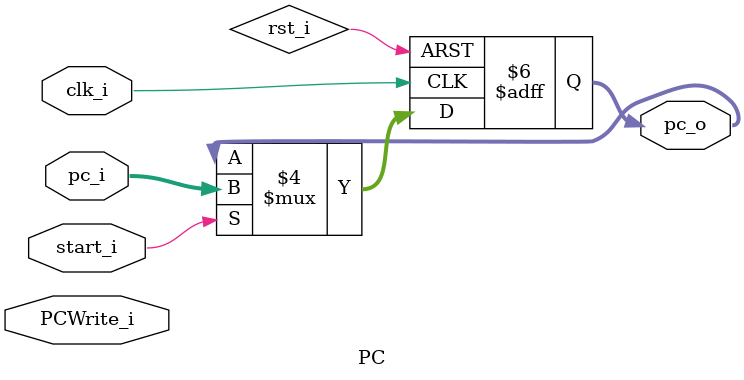
<source format=v>
module PC
(
    clk_i,
    start_i,
    PCWrite_i,
    pc_i,
    pc_o
);

// Ports
input               clk_i;
input               start_i;
input               PCWrite_i;
input   [31:0]      pc_i;
output  [31:0]      pc_o;

// Wires & Registers
reg     [31:0]      pc_o;


/* 

    TODO : modify PC
    notice : 1. add PCWrite_i
             2. no rst_i
*/

always@(posedge clk_i or negedge rst_i) begin
    if(~rst_i) begin
        pc_o <= 32'b0;
    end
    else begin
        if(start_i)
            pc_o <= pc_i;
        else
            pc_o <= pc_o;
    end
end

endmodule

</source>
